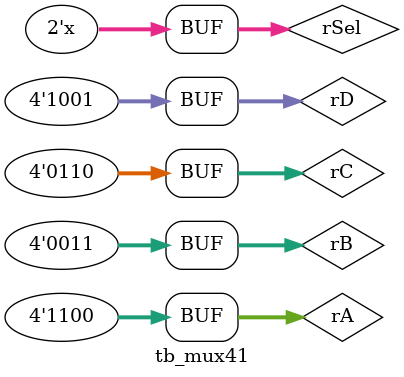
<source format=v>
 `timescale		 1ns / 100ps
 module tb_mux41;
	 reg [3:0] rA, rB, rC, rD;
	 reg [1:0] rSel;
	 wire [3:0] wY;

	mux41_if U0 (rSel, rA, rB, rC, rD, wY);
	initial
	begin
		 rA = 4'b0001; rB = 4'b0010;
		 rC = 4'b0100; rD = 4'b1000;
		#800
		 rA = 4'b1100; rB = 4'b0011;
		 rC = 4'b0110; rD = 4'b1001;
	 end
	initial 
		rSel = 2'b00;
 
	always 
		#200 rSel = rSel + 1; 

endmodule
</source>
